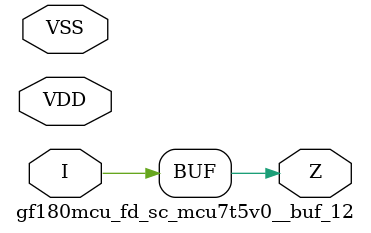
<source format=v>

module gf180mcu_fd_sc_mcu7t5v0__buf_12( I, Z, VDD, VSS );
input I;
inout VDD, VSS;
output Z;

	buf MGM_BG_0( Z, I );

endmodule

</source>
